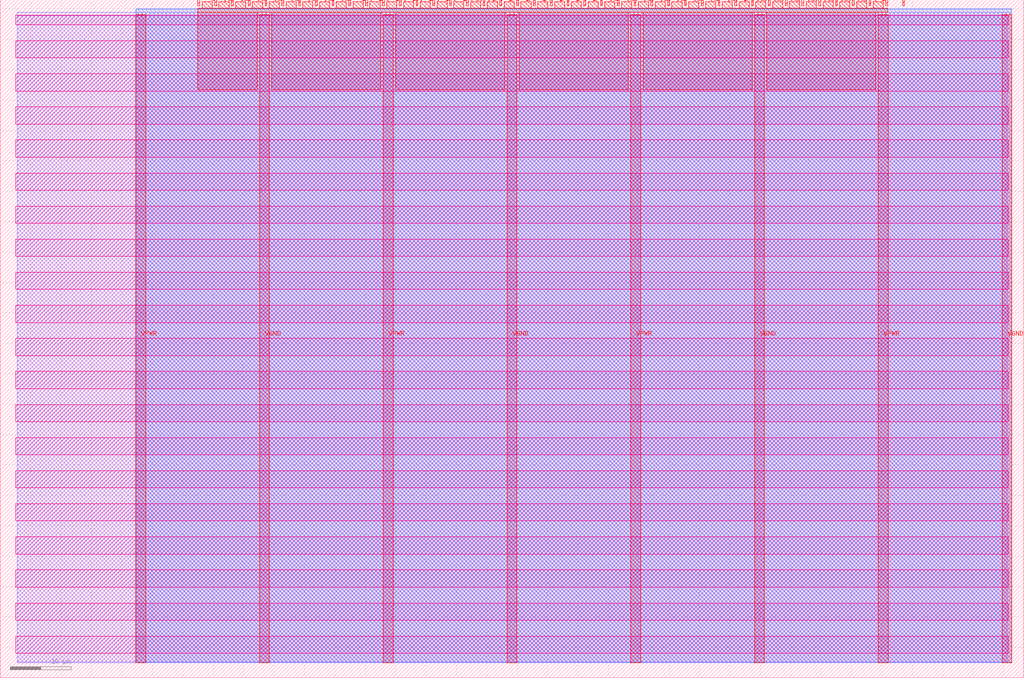
<source format=lef>
VERSION 5.7 ;
  NOWIREEXTENSIONATPIN ON ;
  DIVIDERCHAR "/" ;
  BUSBITCHARS "[]" ;
MACRO tt_um_wokwi_380409904919056385_dup
  CLASS BLOCK ;
  FOREIGN tt_um_wokwi_380409904919056385_dup ;
  ORIGIN 0.000 0.000 ;
  SIZE 168.360 BY 111.520 ;
  PIN VGND
    DIRECTION INOUT ;
    USE GROUND ;
    PORT
      LAYER met4 ;
        RECT 42.670 2.480 44.270 109.040 ;
    END
    PORT
      LAYER met4 ;
        RECT 83.380 2.480 84.980 109.040 ;
    END
    PORT
      LAYER met4 ;
        RECT 124.090 2.480 125.690 109.040 ;
    END
    PORT
      LAYER met4 ;
        RECT 164.800 2.480 166.400 109.040 ;
    END
  END VGND
  PIN VPWR
    DIRECTION INOUT ;
    USE POWER ;
    PORT
      LAYER met4 ;
        RECT 22.315 2.480 23.915 109.040 ;
    END
    PORT
      LAYER met4 ;
        RECT 63.025 2.480 64.625 109.040 ;
    END
    PORT
      LAYER met4 ;
        RECT 103.735 2.480 105.335 109.040 ;
    END
    PORT
      LAYER met4 ;
        RECT 144.445 2.480 146.045 109.040 ;
    END
  END VPWR
  PIN clk
    DIRECTION INPUT ;
    USE SIGNAL ;
    ANTENNAGATEAREA 0.852000 ;
    PORT
      LAYER met4 ;
        RECT 145.670 110.520 145.970 111.520 ;
    END
  END clk
  PIN ena
    DIRECTION INPUT ;
    USE SIGNAL ;
    PORT
      LAYER met4 ;
        RECT 148.430 110.520 148.730 111.520 ;
    END
  END ena
  PIN rst_n
    DIRECTION INPUT ;
    USE SIGNAL ;
    ANTENNAGATEAREA 0.213000 ;
    PORT
      LAYER met4 ;
        RECT 142.910 110.520 143.210 111.520 ;
    END
  END rst_n
  PIN ui_in[0]
    DIRECTION INPUT ;
    USE SIGNAL ;
    PORT
      LAYER met4 ;
        RECT 140.150 110.520 140.450 111.520 ;
    END
  END ui_in[0]
  PIN ui_in[1]
    DIRECTION INPUT ;
    USE SIGNAL ;
    PORT
      LAYER met4 ;
        RECT 137.390 110.520 137.690 111.520 ;
    END
  END ui_in[1]
  PIN ui_in[2]
    DIRECTION INPUT ;
    USE SIGNAL ;
    PORT
      LAYER met4 ;
        RECT 134.630 110.520 134.930 111.520 ;
    END
  END ui_in[2]
  PIN ui_in[3]
    DIRECTION INPUT ;
    USE SIGNAL ;
    PORT
      LAYER met4 ;
        RECT 131.870 110.520 132.170 111.520 ;
    END
  END ui_in[3]
  PIN ui_in[4]
    DIRECTION INPUT ;
    USE SIGNAL ;
    PORT
      LAYER met4 ;
        RECT 129.110 110.520 129.410 111.520 ;
    END
  END ui_in[4]
  PIN ui_in[5]
    DIRECTION INPUT ;
    USE SIGNAL ;
    PORT
      LAYER met4 ;
        RECT 126.350 110.520 126.650 111.520 ;
    END
  END ui_in[5]
  PIN ui_in[6]
    DIRECTION INPUT ;
    USE SIGNAL ;
    PORT
      LAYER met4 ;
        RECT 123.590 110.520 123.890 111.520 ;
    END
  END ui_in[6]
  PIN ui_in[7]
    DIRECTION INPUT ;
    USE SIGNAL ;
    PORT
      LAYER met4 ;
        RECT 120.830 110.520 121.130 111.520 ;
    END
  END ui_in[7]
  PIN uio_in[0]
    DIRECTION INPUT ;
    USE SIGNAL ;
    PORT
      LAYER met4 ;
        RECT 118.070 110.520 118.370 111.520 ;
    END
  END uio_in[0]
  PIN uio_in[1]
    DIRECTION INPUT ;
    USE SIGNAL ;
    PORT
      LAYER met4 ;
        RECT 115.310 110.520 115.610 111.520 ;
    END
  END uio_in[1]
  PIN uio_in[2]
    DIRECTION INPUT ;
    USE SIGNAL ;
    PORT
      LAYER met4 ;
        RECT 112.550 110.520 112.850 111.520 ;
    END
  END uio_in[2]
  PIN uio_in[3]
    DIRECTION INPUT ;
    USE SIGNAL ;
    PORT
      LAYER met4 ;
        RECT 109.790 110.520 110.090 111.520 ;
    END
  END uio_in[3]
  PIN uio_in[4]
    DIRECTION INPUT ;
    USE SIGNAL ;
    PORT
      LAYER met4 ;
        RECT 107.030 110.520 107.330 111.520 ;
    END
  END uio_in[4]
  PIN uio_in[5]
    DIRECTION INPUT ;
    USE SIGNAL ;
    PORT
      LAYER met4 ;
        RECT 104.270 110.520 104.570 111.520 ;
    END
  END uio_in[5]
  PIN uio_in[6]
    DIRECTION INPUT ;
    USE SIGNAL ;
    PORT
      LAYER met4 ;
        RECT 101.510 110.520 101.810 111.520 ;
    END
  END uio_in[6]
  PIN uio_in[7]
    DIRECTION INPUT ;
    USE SIGNAL ;
    PORT
      LAYER met4 ;
        RECT 98.750 110.520 99.050 111.520 ;
    END
  END uio_in[7]
  PIN uio_oe[0]
    DIRECTION OUTPUT TRISTATE ;
    USE SIGNAL ;
    PORT
      LAYER met4 ;
        RECT 51.830 110.520 52.130 111.520 ;
    END
  END uio_oe[0]
  PIN uio_oe[1]
    DIRECTION OUTPUT TRISTATE ;
    USE SIGNAL ;
    PORT
      LAYER met4 ;
        RECT 49.070 110.520 49.370 111.520 ;
    END
  END uio_oe[1]
  PIN uio_oe[2]
    DIRECTION OUTPUT TRISTATE ;
    USE SIGNAL ;
    PORT
      LAYER met4 ;
        RECT 46.310 110.520 46.610 111.520 ;
    END
  END uio_oe[2]
  PIN uio_oe[3]
    DIRECTION OUTPUT TRISTATE ;
    USE SIGNAL ;
    PORT
      LAYER met4 ;
        RECT 43.550 110.520 43.850 111.520 ;
    END
  END uio_oe[3]
  PIN uio_oe[4]
    DIRECTION OUTPUT TRISTATE ;
    USE SIGNAL ;
    PORT
      LAYER met4 ;
        RECT 40.790 110.520 41.090 111.520 ;
    END
  END uio_oe[4]
  PIN uio_oe[5]
    DIRECTION OUTPUT TRISTATE ;
    USE SIGNAL ;
    PORT
      LAYER met4 ;
        RECT 38.030 110.520 38.330 111.520 ;
    END
  END uio_oe[5]
  PIN uio_oe[6]
    DIRECTION OUTPUT TRISTATE ;
    USE SIGNAL ;
    PORT
      LAYER met4 ;
        RECT 35.270 110.520 35.570 111.520 ;
    END
  END uio_oe[6]
  PIN uio_oe[7]
    DIRECTION OUTPUT TRISTATE ;
    USE SIGNAL ;
    PORT
      LAYER met4 ;
        RECT 32.510 110.520 32.810 111.520 ;
    END
  END uio_oe[7]
  PIN uio_out[0]
    DIRECTION OUTPUT TRISTATE ;
    USE SIGNAL ;
    PORT
      LAYER met4 ;
        RECT 73.910 110.520 74.210 111.520 ;
    END
  END uio_out[0]
  PIN uio_out[1]
    DIRECTION OUTPUT TRISTATE ;
    USE SIGNAL ;
    PORT
      LAYER met4 ;
        RECT 71.150 110.520 71.450 111.520 ;
    END
  END uio_out[1]
  PIN uio_out[2]
    DIRECTION OUTPUT TRISTATE ;
    USE SIGNAL ;
    PORT
      LAYER met4 ;
        RECT 68.390 110.520 68.690 111.520 ;
    END
  END uio_out[2]
  PIN uio_out[3]
    DIRECTION OUTPUT TRISTATE ;
    USE SIGNAL ;
    PORT
      LAYER met4 ;
        RECT 65.630 110.520 65.930 111.520 ;
    END
  END uio_out[3]
  PIN uio_out[4]
    DIRECTION OUTPUT TRISTATE ;
    USE SIGNAL ;
    PORT
      LAYER met4 ;
        RECT 62.870 110.520 63.170 111.520 ;
    END
  END uio_out[4]
  PIN uio_out[5]
    DIRECTION OUTPUT TRISTATE ;
    USE SIGNAL ;
    PORT
      LAYER met4 ;
        RECT 60.110 110.520 60.410 111.520 ;
    END
  END uio_out[5]
  PIN uio_out[6]
    DIRECTION OUTPUT TRISTATE ;
    USE SIGNAL ;
    PORT
      LAYER met4 ;
        RECT 57.350 110.520 57.650 111.520 ;
    END
  END uio_out[6]
  PIN uio_out[7]
    DIRECTION OUTPUT TRISTATE ;
    USE SIGNAL ;
    PORT
      LAYER met4 ;
        RECT 54.590 110.520 54.890 111.520 ;
    END
  END uio_out[7]
  PIN uo_out[0]
    DIRECTION OUTPUT TRISTATE ;
    USE SIGNAL ;
    ANTENNADIFFAREA 0.795200 ;
    PORT
      LAYER met4 ;
        RECT 95.990 110.520 96.290 111.520 ;
    END
  END uo_out[0]
  PIN uo_out[1]
    DIRECTION OUTPUT TRISTATE ;
    USE SIGNAL ;
    ANTENNADIFFAREA 0.445500 ;
    PORT
      LAYER met4 ;
        RECT 93.230 110.520 93.530 111.520 ;
    END
  END uo_out[1]
  PIN uo_out[2]
    DIRECTION OUTPUT TRISTATE ;
    USE SIGNAL ;
    ANTENNADIFFAREA 0.445500 ;
    PORT
      LAYER met4 ;
        RECT 90.470 110.520 90.770 111.520 ;
    END
  END uo_out[2]
  PIN uo_out[3]
    DIRECTION OUTPUT TRISTATE ;
    USE SIGNAL ;
    ANTENNADIFFAREA 0.445500 ;
    PORT
      LAYER met4 ;
        RECT 87.710 110.520 88.010 111.520 ;
    END
  END uo_out[3]
  PIN uo_out[4]
    DIRECTION OUTPUT TRISTATE ;
    USE SIGNAL ;
    ANTENNADIFFAREA 0.445500 ;
    PORT
      LAYER met4 ;
        RECT 84.950 110.520 85.250 111.520 ;
    END
  END uo_out[4]
  PIN uo_out[5]
    DIRECTION OUTPUT TRISTATE ;
    USE SIGNAL ;
    ANTENNADIFFAREA 0.445500 ;
    PORT
      LAYER met4 ;
        RECT 82.190 110.520 82.490 111.520 ;
    END
  END uo_out[5]
  PIN uo_out[6]
    DIRECTION OUTPUT TRISTATE ;
    USE SIGNAL ;
    ANTENNADIFFAREA 0.795200 ;
    PORT
      LAYER met4 ;
        RECT 79.430 110.520 79.730 111.520 ;
    END
  END uo_out[6]
  PIN uo_out[7]
    DIRECTION OUTPUT TRISTATE ;
    USE SIGNAL ;
    ANTENNADIFFAREA 0.445500 ;
    PORT
      LAYER met4 ;
        RECT 76.670 110.520 76.970 111.520 ;
    END
  END uo_out[7]
  OBS
      LAYER nwell ;
        RECT 2.570 107.385 165.790 108.990 ;
        RECT 2.570 101.945 165.790 104.775 ;
        RECT 2.570 96.505 165.790 99.335 ;
        RECT 2.570 91.065 165.790 93.895 ;
        RECT 2.570 85.625 165.790 88.455 ;
        RECT 2.570 80.185 165.790 83.015 ;
        RECT 2.570 74.745 165.790 77.575 ;
        RECT 2.570 69.305 165.790 72.135 ;
        RECT 2.570 63.865 165.790 66.695 ;
        RECT 2.570 58.425 165.790 61.255 ;
        RECT 2.570 52.985 165.790 55.815 ;
        RECT 2.570 47.545 165.790 50.375 ;
        RECT 2.570 42.105 165.790 44.935 ;
        RECT 2.570 36.665 165.790 39.495 ;
        RECT 2.570 31.225 165.790 34.055 ;
        RECT 2.570 25.785 165.790 28.615 ;
        RECT 2.570 20.345 165.790 23.175 ;
        RECT 2.570 14.905 165.790 17.735 ;
        RECT 2.570 9.465 165.790 12.295 ;
        RECT 2.570 4.025 165.790 6.855 ;
      LAYER li1 ;
        RECT 2.760 2.635 165.600 108.885 ;
      LAYER met1 ;
        RECT 2.760 2.480 166.400 109.440 ;
      LAYER met2 ;
        RECT 22.345 2.535 166.370 110.005 ;
      LAYER met3 ;
        RECT 22.325 2.555 166.390 109.985 ;
      LAYER met4 ;
        RECT 33.210 110.120 34.870 111.170 ;
        RECT 35.970 110.120 37.630 111.170 ;
        RECT 38.730 110.120 40.390 111.170 ;
        RECT 41.490 110.120 43.150 111.170 ;
        RECT 44.250 110.120 45.910 111.170 ;
        RECT 47.010 110.120 48.670 111.170 ;
        RECT 49.770 110.120 51.430 111.170 ;
        RECT 52.530 110.120 54.190 111.170 ;
        RECT 55.290 110.120 56.950 111.170 ;
        RECT 58.050 110.120 59.710 111.170 ;
        RECT 60.810 110.120 62.470 111.170 ;
        RECT 63.570 110.120 65.230 111.170 ;
        RECT 66.330 110.120 67.990 111.170 ;
        RECT 69.090 110.120 70.750 111.170 ;
        RECT 71.850 110.120 73.510 111.170 ;
        RECT 74.610 110.120 76.270 111.170 ;
        RECT 77.370 110.120 79.030 111.170 ;
        RECT 80.130 110.120 81.790 111.170 ;
        RECT 82.890 110.120 84.550 111.170 ;
        RECT 85.650 110.120 87.310 111.170 ;
        RECT 88.410 110.120 90.070 111.170 ;
        RECT 91.170 110.120 92.830 111.170 ;
        RECT 93.930 110.120 95.590 111.170 ;
        RECT 96.690 110.120 98.350 111.170 ;
        RECT 99.450 110.120 101.110 111.170 ;
        RECT 102.210 110.120 103.870 111.170 ;
        RECT 104.970 110.120 106.630 111.170 ;
        RECT 107.730 110.120 109.390 111.170 ;
        RECT 110.490 110.120 112.150 111.170 ;
        RECT 113.250 110.120 114.910 111.170 ;
        RECT 116.010 110.120 117.670 111.170 ;
        RECT 118.770 110.120 120.430 111.170 ;
        RECT 121.530 110.120 123.190 111.170 ;
        RECT 124.290 110.120 125.950 111.170 ;
        RECT 127.050 110.120 128.710 111.170 ;
        RECT 129.810 110.120 131.470 111.170 ;
        RECT 132.570 110.120 134.230 111.170 ;
        RECT 135.330 110.120 136.990 111.170 ;
        RECT 138.090 110.120 139.750 111.170 ;
        RECT 140.850 110.120 142.510 111.170 ;
        RECT 143.610 110.120 145.270 111.170 ;
        RECT 32.495 109.440 145.985 110.120 ;
        RECT 32.495 96.735 42.270 109.440 ;
        RECT 44.670 96.735 62.625 109.440 ;
        RECT 65.025 96.735 82.980 109.440 ;
        RECT 85.380 96.735 103.335 109.440 ;
        RECT 105.735 96.735 123.690 109.440 ;
        RECT 126.090 96.735 144.045 109.440 ;
  END
END tt_um_wokwi_380409904919056385_dup
END LIBRARY


</source>
